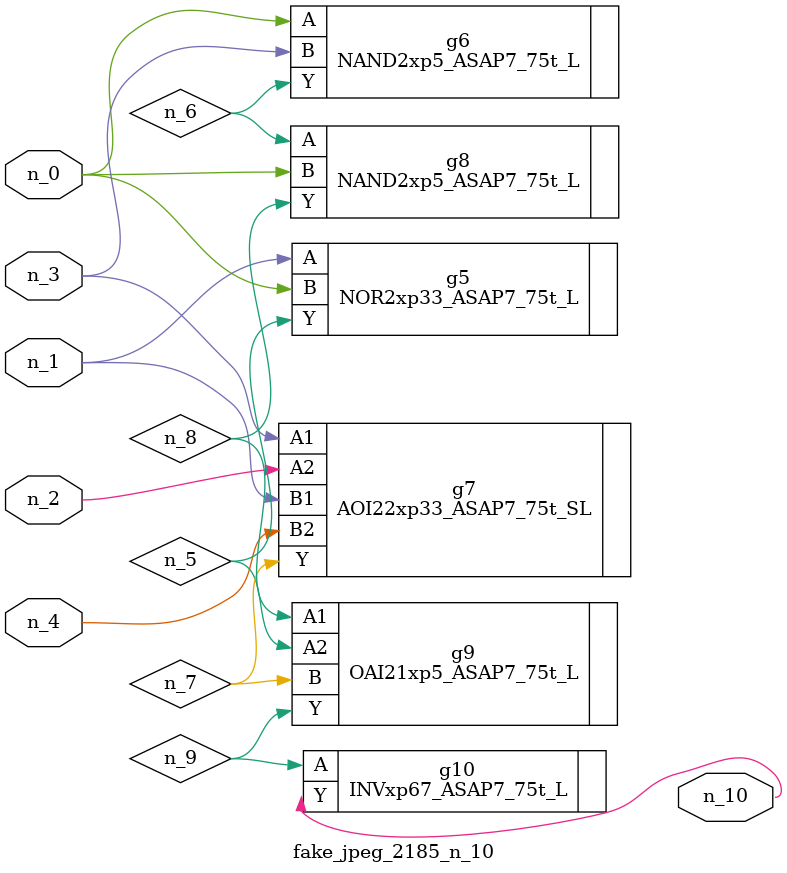
<source format=v>
module fake_jpeg_2185_n_10 (n_3, n_2, n_1, n_0, n_4, n_10);

input n_3;
input n_2;
input n_1;
input n_0;
input n_4;

output n_10;

wire n_8;
wire n_9;
wire n_6;
wire n_5;
wire n_7;

NOR2xp33_ASAP7_75t_L g5 ( 
.A(n_1),
.B(n_0),
.Y(n_5)
);

NAND2xp5_ASAP7_75t_L g6 ( 
.A(n_0),
.B(n_3),
.Y(n_6)
);

AOI22xp33_ASAP7_75t_SL g7 ( 
.A1(n_3),
.A2(n_2),
.B1(n_1),
.B2(n_4),
.Y(n_7)
);

NAND2xp5_ASAP7_75t_L g8 ( 
.A(n_6),
.B(n_0),
.Y(n_8)
);

OAI21xp5_ASAP7_75t_L g9 ( 
.A1(n_8),
.A2(n_5),
.B(n_7),
.Y(n_9)
);

INVxp67_ASAP7_75t_L g10 ( 
.A(n_9),
.Y(n_10)
);


endmodule
</source>
